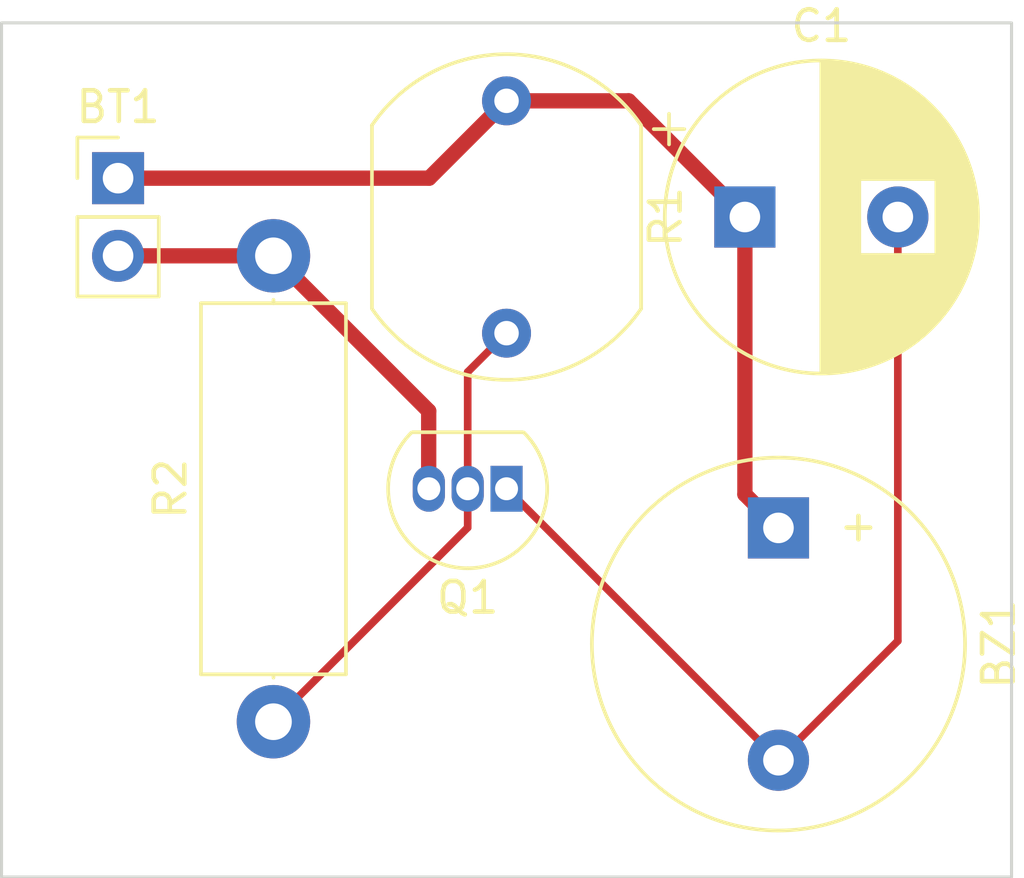
<source format=kicad_pcb>
(kicad_pcb (version 20221018) (generator pcbnew)
  (layers (0 "F.Cu" signal) (31 "B.Cu" signal) (34 "B.Paste" user) (35 "F.Paste" user) (36 "B.SilkS" user "B.Silkscreen") (37 "F.SilkS" user "F.Silkscreen") (38 "B.Mask" user) (39 "F.Mask" user) (44 "Edge.Cuts" user))
  (net 0 "")
  (net 1 "/VCC")
  (net 2 "/Ground")
  (net 3 "Net-(BZ1-+)")
  (net 4 "Net-(Q1-B)")
  (footprint "Resistor_THT:R_Axial_DIN0414_L11.9mm_D4.5mm_P15.24mm_Horizontal" (layer "F.Cu") (at 92.71 127 90)
    (fp_text reference "R2" (at 7.62 -3.37 90) (layer "F.SilkS"))
    (fp_text value "1k")
    (fp_line (start 1.44 0) (end 1.55 0) (stroke (width 0.12)) (layer "F.SilkS"))
    (fp_line (start 1.55 -2.37) (end 1.55 2.37) (stroke (width 0.12)) (layer "F.SilkS"))
    (fp_line (start 1.55 2.37) (end 13.69 2.37) (stroke (width 0.12)) (layer "F.SilkS"))
    (fp_line (start 13.69 -2.37) (end 1.55 -2.37) (stroke (width 0.12)) (layer "F.SilkS"))
    (fp_line (start 13.69 2.37) (end 13.69 -2.37) (stroke (width 0.12)) (layer "F.SilkS"))
    (fp_line (start 13.8 0) (end 13.69 0) (stroke (width 0.12)) (layer "F.SilkS"))
    (pad "1" thru_hole circle (at 0 0 90) (size 2.4 2.4) (drill 1.2) (layers "*.Cu" "*.Mask") (net 4 "Net-(Q1-B)"))
    (pad "2" thru_hole oval (at 15.24 0 90) (size 2.4 2.4) (drill 1.2) (layers "*.Cu" "*.Mask") (net 2 "/Ground"))
  )
  (footprint "OptoDevice:R_LDR_10x8.5mm_P7.6mm_Vertical" (layer "F.Cu") (at 100.33 106.69 -90)
    (fp_text reference "R1" (at 3.8 -5.2 90) (layer "F.SilkS"))
    (fp_text value "LDR03")
    (fp_line (start 0.8 -4.4) (end 6.8 -4.4) (stroke (width 0.12)) (layer "F.SilkS"))
    (fp_line (start 0.8 4.4) (end 6.8 4.4) (stroke (width 0.12)) (layer "F.SilkS"))
    (fp_arc (start 0.8 4.4) (mid -1.525374 0.019809) (end 0.76735 -4.37756) (stroke (width 0.12)) (layer "F.SilkS"))
    (fp_arc (start 6.8 -4.4) (mid 9.125374 -0.019809) (end 6.83265 4.37756) (stroke (width 0.12)) (layer "F.SilkS"))
    (pad "1" thru_hole circle (at 0 0 270) (size 1.6 1.6) (drill 0.8) (layers "*.Cu" "*.Mask") (net 1 "/VCC"))
    (pad "2" thru_hole circle (at 7.6 0 270) (size 1.6 1.6) (drill 0.8) (layers "*.Cu" "*.Mask") (net 4 "Net-(Q1-B)"))
  )
  (footprint "Connector_PinHeader_2.54mm:PinHeader_1x02_P2.54mm_Vertical" (layer "F.Cu") (at 87.63 109.22)
    (fp_text reference "BT1" (at 0 -2.33) (layer "F.SilkS"))
    (fp_text value "9v")
    (fp_line (start -1.33 -1.33) (end 0 -1.33) (stroke (width 0.12)) (layer "F.SilkS"))
    (fp_line (start -1.33 0) (end -1.33 -1.33) (stroke (width 0.12)) (layer "F.SilkS"))
    (fp_line (start -1.33 1.27) (end -1.33 3.87) (stroke (width 0.12)) (layer "F.SilkS"))
    (fp_line (start -1.33 1.27) (end 1.33 1.27) (stroke (width 0.12)) (layer "F.SilkS"))
    (fp_line (start -1.33 3.87) (end 1.33 3.87) (stroke (width 0.12)) (layer "F.SilkS"))
    (fp_line (start 1.33 1.27) (end 1.33 3.87) (stroke (width 0.12)) (layer "F.SilkS"))
    (pad "1" thru_hole rect (at 0 0) (size 1.7 1.7) (drill 1) (layers "*.Cu" "*.Mask") (net 1 "/VCC"))
    (pad "2" thru_hole oval (at 0 2.54) (size 1.7 1.7) (drill 1) (layers "*.Cu" "*.Mask") (net 2 "/Ground"))
  )
  (footprint "Package_TO_SOT_THT:TO-92_Inline" (layer "F.Cu") (at 100.33 119.38 180)
    (fp_text reference "Q1" (at 1.27 -3.56) (layer "F.SilkS"))
    (fp_text value "BC547")
    (fp_line (start -0.53 1.85) (end 3.07 1.85) (stroke (width 0.12)) (layer "F.SilkS"))
    (fp_arc (start -0.568478 1.838478) (mid -1.132087 -0.994977) (end 1.27 -2.6) (stroke (width 0.12)) (layer "F.SilkS"))
    (fp_arc (start 1.27 -2.6) (mid 3.672087 -0.994977) (end 3.108478 1.838478) (stroke (width 0.12)) (layer "F.SilkS"))
    (pad "1" thru_hole rect (at 0 0 180) (size 1.05 1.5) (drill 0.75) (layers "*.Cu" "*.Mask") (net 3 "Net-(BZ1-+)"))
    (pad "2" thru_hole oval (at 1.27 0 180) (size 1.05 1.5) (drill 0.75) (layers "*.Cu" "*.Mask") (net 4 "Net-(Q1-B)"))
    (pad "3" thru_hole oval (at 2.54 0 180) (size 1.05 1.5) (drill 0.75) (layers "*.Cu" "*.Mask") (net 2 "/Ground"))
  )
  (footprint "Buzzer_Beeper:Buzzer_12x9.5RM7.6" (layer "F.Cu") (at 109.22 120.66 -90)
    (fp_text reference "BZ1" (at 3.8 -7.2 90) (layer "F.SilkS"))
    (fp_text value "Buzzer")
    (fp_text user "+" (at -0.01 -2.54 90) (layer "F.SilkS"))
    (fp_circle (center 3.8 0) (end 9.9 0) (stroke (width 0.12)) (fill none) (layer "F.SilkS"))
    (pad "1" thru_hole rect (at 0 0 270) (size 2 2) (drill 1) (layers "*.Cu" "*.Mask") (net 1 "/VCC"))
    (pad "2" thru_hole circle (at 7.6 0 270) (size 2 2) (drill 1) (layers "*.Cu" "*.Mask") (net 3 "Net-(BZ1-+)"))
  )
  (footprint "Capacitor_THT:CP_Radial_D10.0mm_P5.00mm" (layer "F.Cu") (at 108.122323 110.49)
    (fp_text reference "C1" (at 2.5 -6.25) (layer "F.SilkS"))
    (fp_text value "470uF")
    (fp_line (start -2.979646 -2.875) (end -1.979646 -2.875) (stroke (width 0.12)) (layer "F.SilkS"))
    (fp_line (start -2.479646 -3.375) (end -2.479646 -2.375) (stroke (width 0.12)) (layer "F.SilkS"))
    (fp_line (start 2.5 -5.08) (end 2.5 5.08) (stroke (width 0.12)) (layer "F.SilkS"))
    (fp_line (start 2.54 -5.08) (end 2.54 5.08) (stroke (width 0.12)) (layer "F.SilkS"))
    (fp_line (start 2.58 -5.08) (end 2.58 5.08) (stroke (width 0.12)) (layer "F.SilkS"))
    (fp_line (start 2.62 -5.079) (end 2.62 5.079) (stroke (width 0.12)) (layer "F.SilkS"))
    (fp_line (start 2.66 -5.078) (end 2.66 5.078) (stroke (width 0.12)) (layer "F.SilkS"))
    (fp_line (start 2.7 -5.077) (end 2.7 5.077) (stroke (width 0.12)) (layer "F.SilkS"))
    (fp_line (start 2.74 -5.075) (end 2.74 5.075) (stroke (width 0.12)) (layer "F.SilkS"))
    (fp_line (start 2.78 -5.073) (end 2.78 5.073) (stroke (width 0.12)) (layer "F.SilkS"))
    (fp_line (start 2.82 -5.07) (end 2.82 5.07) (stroke (width 0.12)) (layer "F.SilkS"))
    (fp_line (start 2.86 -5.068) (end 2.86 5.068) (stroke (width 0.12)) (layer "F.SilkS"))
    (fp_line (start 2.9 -5.065) (end 2.9 5.065) (stroke (width 0.12)) (layer "F.SilkS"))
    (fp_line (start 2.94 -5.062) (end 2.94 5.062) (stroke (width 0.12)) (layer "F.SilkS"))
    (fp_line (start 2.98 -5.058) (end 2.98 5.058) (stroke (width 0.12)) (layer "F.SilkS"))
    (fp_line (start 3.02 -5.054) (end 3.02 5.054) (stroke (width 0.12)) (layer "F.SilkS"))
    (fp_line (start 3.06 -5.05) (end 3.06 5.05) (stroke (width 0.12)) (layer "F.SilkS"))
    (fp_line (start 3.1 -5.045) (end 3.1 5.045) (stroke (width 0.12)) (layer "F.SilkS"))
    (fp_line (start 3.14 -5.04) (end 3.14 5.04) (stroke (width 0.12)) (layer "F.SilkS"))
    (fp_line (start 3.18 -5.035) (end 3.18 5.035) (stroke (width 0.12)) (layer "F.SilkS"))
    (fp_line (start 3.221 -5.03) (end 3.221 5.03) (stroke (width 0.12)) (layer "F.SilkS"))
    (fp_line (start 3.261 -5.024) (end 3.261 5.024) (stroke (width 0.12)) (layer "F.SilkS"))
    (fp_line (start 3.301 -5.018) (end 3.301 5.018) (stroke (width 0.12)) (layer "F.SilkS"))
    (fp_line (start 3.341 -5.011) (end 3.341 5.011) (stroke (width 0.12)) (layer "F.SilkS"))
    (fp_line (start 3.381 -5.004) (end 3.381 5.004) (stroke (width 0.12)) (layer "F.SilkS"))
    (fp_line (start 3.421 -4.997) (end 3.421 4.997) (stroke (width 0.12)) (layer "F.SilkS"))
    (fp_line (start 3.461 -4.99) (end 3.461 4.99) (stroke (width 0.12)) (layer "F.SilkS"))
    (fp_line (start 3.501 -4.982) (end 3.501 4.982) (stroke (width 0.12)) (layer "F.SilkS"))
    (fp_line (start 3.541 -4.974) (end 3.541 4.974) (stroke (width 0.12)) (layer "F.SilkS"))
    (fp_line (start 3.581 -4.965) (end 3.581 4.965) (stroke (width 0.12)) (layer "F.SilkS"))
    (fp_line (start 3.621 -4.956) (end 3.621 4.956) (stroke (width 0.12)) (layer "F.SilkS"))
    (fp_line (start 3.661 -4.947) (end 3.661 4.947) (stroke (width 0.12)) (layer "F.SilkS"))
    (fp_line (start 3.701 -4.938) (end 3.701 4.938) (stroke (width 0.12)) (layer "F.SilkS"))
    (fp_line (start 3.741 -4.928) (end 3.741 4.928) (stroke (width 0.12)) (layer "F.SilkS"))
    (fp_line (start 3.781 -4.918) (end 3.781 -1.241) (stroke (width 0.12)) (layer "F.SilkS"))
    (fp_line (start 3.781 1.241) (end 3.781 4.918) (stroke (width 0.12)) (layer "F.SilkS"))
    (fp_line (start 3.821 -4.907) (end 3.821 -1.241) (stroke (width 0.12)) (layer "F.SilkS"))
    (fp_line (start 3.821 1.241) (end 3.821 4.907) (stroke (width 0.12)) (layer "F.SilkS"))
    (fp_line (start 3.861 -4.897) (end 3.861 -1.241) (stroke (width 0.12)) (layer "F.SilkS"))
    (fp_line (start 3.861 1.241) (end 3.861 4.897) (stroke (width 0.12)) (layer "F.SilkS"))
    (fp_line (start 3.901 -4.885) (end 3.901 -1.241) (stroke (width 0.12)) (layer "F.SilkS"))
    (fp_line (start 3.901 1.241) (end 3.901 4.885) (stroke (width 0.12)) (layer "F.SilkS"))
    (fp_line (start 3.941 -4.874) (end 3.941 -1.241) (stroke (width 0.12)) (layer "F.SilkS"))
    (fp_line (start 3.941 1.241) (end 3.941 4.874) (stroke (width 0.12)) (layer "F.SilkS"))
    (fp_line (start 3.981 -4.862) (end 3.981 -1.241) (stroke (width 0.12)) (layer "F.SilkS"))
    (fp_line (start 3.981 1.241) (end 3.981 4.862) (stroke (width 0.12)) (layer "F.SilkS"))
    (fp_line (start 4.021 -4.85) (end 4.021 -1.241) (stroke (width 0.12)) (layer "F.SilkS"))
    (fp_line (start 4.021 1.241) (end 4.021 4.85) (stroke (width 0.12)) (layer "F.SilkS"))
    (fp_line (start 4.061 -4.837) (end 4.061 -1.241) (stroke (width 0.12)) (layer "F.SilkS"))
    (fp_line (start 4.061 1.241) (end 4.061 4.837) (stroke (width 0.12)) (layer "F.SilkS"))
    (fp_line (start 4.101 -4.824) (end 4.101 -1.241) (stroke (width 0.12)) (layer "F.SilkS"))
    (fp_line (start 4.101 1.241) (end 4.101 4.824) (stroke (width 0.12)) (layer "F.SilkS"))
    (fp_line (start 4.141 -4.811) (end 4.141 -1.241) (stroke (width 0.12)) (layer "F.SilkS"))
    (fp_line (start 4.141 1.241) (end 4.141 4.811) (stroke (width 0.12)) (layer "F.SilkS"))
    (fp_line (start 4.181 -4.797) (end 4.181 -1.241) (stroke (width 0.12)) (layer "F.SilkS"))
    (fp_line (start 4.181 1.241) (end 4.181 4.797) (stroke (width 0.12)) (layer "F.SilkS"))
    (fp_line (start 4.221 -4.783) (end 4.221 -1.241) (stroke (width 0.12)) (layer "F.SilkS"))
    (fp_line (start 4.221 1.241) (end 4.221 4.783) (stroke (width 0.12)) (layer "F.SilkS"))
    (fp_line (start 4.261 -4.768) (end 4.261 -1.241) (stroke (width 0.12)) (layer "F.SilkS"))
    (fp_line (start 4.261 1.241) (end 4.261 4.768) (stroke (width 0.12)) (layer "F.SilkS"))
    (fp_line (start 4.301 -4.754) (end 4.301 -1.241) (stroke (width 0.12)) (layer "F.SilkS"))
    (fp_line (start 4.301 1.241) (end 4.301 4.754) (stroke (width 0.12)) (layer "F.SilkS"))
    (fp_line (start 4.341 -4.738) (end 4.341 -1.241) (stroke (width 0.12)) (layer "F.SilkS"))
    (fp_line (start 4.341 1.241) (end 4.341 4.738) (stroke (width 0.12)) (layer "F.SilkS"))
    (fp_line (start 4.381 -4.723) (end 4.381 -1.241) (stroke (width 0.12)) (layer "F.SilkS"))
    (fp_line (start 4.381 1.241) (end 4.381 4.723) (stroke (width 0.12)) (layer "F.SilkS"))
    (fp_line (start 4.421 -4.707) (end 4.421 -1.241) (stroke (width 0.12)) (layer "F.SilkS"))
    (fp_line (start 4.421 1.241) (end 4.421 4.707) (stroke (width 0.12)) (layer "F.SilkS"))
    (fp_line (start 4.461 -4.69) (end 4.461 -1.241) (stroke (width 0.12)) (layer "F.SilkS"))
    (fp_line (start 4.461 1.241) (end 4.461 4.69) (stroke (width 0.12)) (layer "F.SilkS"))
    (fp_line (start 4.501 -4.674) (end 4.501 -1.241) (stroke (width 0.12)) (layer "F.SilkS"))
    (fp_line (start 4.501 1.241) (end 4.501 4.674) (stroke (width 0.12)) (layer "F.SilkS"))
    (fp_line (start 4.541 -4.657) (end 4.541 -1.241) (stroke (width 0.12)) (layer "F.SilkS"))
    (fp_line (start 4.541 1.241) (end 4.541 4.657) (stroke (width 0.12)) (layer "F.SilkS"))
    (fp_line (start 4.581 -4.639) (end 4.581 -1.241) (stroke (width 0.12)) (layer "F.SilkS"))
    (fp_line (start 4.581 1.241) (end 4.581 4.639) (stroke (width 0.12)) (layer "F.SilkS"))
    (fp_line (start 4.621 -4.621) (end 4.621 -1.241) (stroke (width 0.12)) (layer "F.SilkS"))
    (fp_line (start 4.621 1.241) (end 4.621 4.621) (stroke (width 0.12)) (layer "F.SilkS"))
    (fp_line (start 4.661 -4.603) (end 4.661 -1.241) (stroke (width 0.12)) (layer "F.SilkS"))
    (fp_line (start 4.661 1.241) (end 4.661 4.603) (stroke (width 0.12)) (layer "F.SilkS"))
    (fp_line (start 4.701 -4.584) (end 4.701 -1.241) (stroke (width 0.12)) (layer "F.SilkS"))
    (fp_line (start 4.701 1.241) (end 4.701 4.584) (stroke (width 0.12)) (layer "F.SilkS"))
    (fp_line (start 4.741 -4.564) (end 4.741 -1.241) (stroke (width 0.12)) (layer "F.SilkS"))
    (fp_line (start 4.741 1.241) (end 4.741 4.564) (stroke (width 0.12)) (layer "F.SilkS"))
    (fp_line (start 4.781 -4.545) (end 4.781 -1.241) (stroke (width 0.12)) (layer "F.SilkS"))
    (fp_line (start 4.781 1.241) (end 4.781 4.545) (stroke (width 0.12)) (layer "F.SilkS"))
    (fp_line (start 4.821 -4.525) (end 4.821 -1.241) (stroke (width 0.12)) (layer "F.SilkS"))
    (fp_line (start 4.821 1.241) (end 4.821 4.525) (stroke (width 0.12)) (layer "F.SilkS"))
    (fp_line (start 4.861 -4.504) (end 4.861 -1.241) (stroke (width 0.12)) (layer "F.SilkS"))
    (fp_line (start 4.861 1.241) (end 4.861 4.504) (stroke (width 0.12)) (layer "F.SilkS"))
    (fp_line (start 4.901 -4.483) (end 4.901 -1.241) (stroke (width 0.12)) (layer "F.SilkS"))
    (fp_line (start 4.901 1.241) (end 4.901 4.483) (stroke (width 0.12)) (layer "F.SilkS"))
    (fp_line (start 4.941 -4.462) (end 4.941 -1.241) (stroke (width 0.12)) (layer "F.SilkS"))
    (fp_line (start 4.941 1.241) (end 4.941 4.462) (stroke (width 0.12)) (layer "F.SilkS"))
    (fp_line (start 4.981 -4.44) (end 4.981 -1.241) (stroke (width 0.12)) (layer "F.SilkS"))
    (fp_line (start 4.981 1.241) (end 4.981 4.44) (stroke (width 0.12)) (layer "F.SilkS"))
    (fp_line (start 5.021 -4.417) (end 5.021 -1.241) (stroke (width 0.12)) (layer "F.SilkS"))
    (fp_line (start 5.021 1.241) (end 5.021 4.417) (stroke (width 0.12)) (layer "F.SilkS"))
    (fp_line (start 5.061 -4.395) (end 5.061 -1.241) (stroke (width 0.12)) (layer "F.SilkS"))
    (fp_line (start 5.061 1.241) (end 5.061 4.395) (stroke (width 0.12)) (layer "F.SilkS"))
    (fp_line (start 5.101 -4.371) (end 5.101 -1.241) (stroke (width 0.12)) (layer "F.SilkS"))
    (fp_line (start 5.101 1.241) (end 5.101 4.371) (stroke (width 0.12)) (layer "F.SilkS"))
    (fp_line (start 5.141 -4.347) (end 5.141 -1.241) (stroke (width 0.12)) (layer "F.SilkS"))
    (fp_line (start 5.141 1.241) (end 5.141 4.347) (stroke (width 0.12)) (layer "F.SilkS"))
    (fp_line (start 5.181 -4.323) (end 5.181 -1.241) (stroke (width 0.12)) (layer "F.SilkS"))
    (fp_line (start 5.181 1.241) (end 5.181 4.323) (stroke (width 0.12)) (layer "F.SilkS"))
    (fp_line (start 5.221 -4.298) (end 5.221 -1.241) (stroke (width 0.12)) (layer "F.SilkS"))
    (fp_line (start 5.221 1.241) (end 5.221 4.298) (stroke (width 0.12)) (layer "F.SilkS"))
    (fp_line (start 5.261 -4.273) (end 5.261 -1.241) (stroke (width 0.12)) (layer "F.SilkS"))
    (fp_line (start 5.261 1.241) (end 5.261 4.273) (stroke (width 0.12)) (layer "F.SilkS"))
    (fp_line (start 5.301 -4.247) (end 5.301 -1.241) (stroke (width 0.12)) (layer "F.SilkS"))
    (fp_line (start 5.301 1.241) (end 5.301 4.247) (stroke (width 0.12)) (layer "F.SilkS"))
    (fp_line (start 5.341 -4.221) (end 5.341 -1.241) (stroke (width 0.12)) (layer "F.SilkS"))
    (fp_line (start 5.341 1.241) (end 5.341 4.221) (stroke (width 0.12)) (layer "F.SilkS"))
    (fp_line (start 5.381 -4.194) (end 5.381 -1.241) (stroke (width 0.12)) (layer "F.SilkS"))
    (fp_line (start 5.381 1.241) (end 5.381 4.194) (stroke (width 0.12)) (layer "F.SilkS"))
    (fp_line (start 5.421 -4.166) (end 5.421 -1.241) (stroke (width 0.12)) (layer "F.SilkS"))
    (fp_line (start 5.421 1.241) (end 5.421 4.166) (stroke (width 0.12)) (layer "F.SilkS"))
    (fp_line (start 5.461 -4.138) (end 5.461 -1.241) (stroke (width 0.12)) (layer "F.SilkS"))
    (fp_line (start 5.461 1.241) (end 5.461 4.138) (stroke (width 0.12)) (layer "F.SilkS"))
    (fp_line (start 5.501 -4.11) (end 5.501 -1.241) (stroke (width 0.12)) (layer "F.SilkS"))
    (fp_line (start 5.501 1.241) (end 5.501 4.11) (stroke (width 0.12)) (layer "F.SilkS"))
    (fp_line (start 5.541 -4.08) (end 5.541 -1.241) (stroke (width 0.12)) (layer "F.SilkS"))
    (fp_line (start 5.541 1.241) (end 5.541 4.08) (stroke (width 0.12)) (layer "F.SilkS"))
    (fp_line (start 5.581 -4.05) (end 5.581 -1.241) (stroke (width 0.12)) (layer "F.SilkS"))
    (fp_line (start 5.581 1.241) (end 5.581 4.05) (stroke (width 0.12)) (layer "F.SilkS"))
    (fp_line (start 5.621 -4.02) (end 5.621 -1.241) (stroke (width 0.12)) (layer "F.SilkS"))
    (fp_line (start 5.621 1.241) (end 5.621 4.02) (stroke (width 0.12)) (layer "F.SilkS"))
    (fp_line (start 5.661 -3.989) (end 5.661 -1.241) (stroke (width 0.12)) (layer "F.SilkS"))
    (fp_line (start 5.661 1.241) (end 5.661 3.989) (stroke (width 0.12)) (layer "F.SilkS"))
    (fp_line (start 5.701 -3.957) (end 5.701 -1.241) (stroke (width 0.12)) (layer "F.SilkS"))
    (fp_line (start 5.701 1.241) (end 5.701 3.957) (stroke (width 0.12)) (layer "F.SilkS"))
    (fp_line (start 5.741 -3.925) (end 5.741 -1.241) (stroke (width 0.12)) (layer "F.SilkS"))
    (fp_line (start 5.741 1.241) (end 5.741 3.925) (stroke (width 0.12)) (layer "F.SilkS"))
    (fp_line (start 5.781 -3.892) (end 5.781 -1.241) (stroke (width 0.12)) (layer "F.SilkS"))
    (fp_line (start 5.781 1.241) (end 5.781 3.892) (stroke (width 0.12)) (layer "F.SilkS"))
    (fp_line (start 5.821 -3.858) (end 5.821 -1.241) (stroke (width 0.12)) (layer "F.SilkS"))
    (fp_line (start 5.821 1.241) (end 5.821 3.858) (stroke (width 0.12)) (layer "F.SilkS"))
    (fp_line (start 5.861 -3.824) (end 5.861 -1.241) (stroke (width 0.12)) (layer "F.SilkS"))
    (fp_line (start 5.861 1.241) (end 5.861 3.824) (stroke (width 0.12)) (layer "F.SilkS"))
    (fp_line (start 5.901 -3.789) (end 5.901 -1.241) (stroke (width 0.12)) (layer "F.SilkS"))
    (fp_line (start 5.901 1.241) (end 5.901 3.789) (stroke (width 0.12)) (layer "F.SilkS"))
    (fp_line (start 5.941 -3.753) (end 5.941 -1.241) (stroke (width 0.12)) (layer "F.SilkS"))
    (fp_line (start 5.941 1.241) (end 5.941 3.753) (stroke (width 0.12)) (layer "F.SilkS"))
    (fp_line (start 5.981 -3.716) (end 5.981 -1.241) (stroke (width 0.12)) (layer "F.SilkS"))
    (fp_line (start 5.981 1.241) (end 5.981 3.716) (stroke (width 0.12)) (layer "F.SilkS"))
    (fp_line (start 6.021 -3.679) (end 6.021 -1.241) (stroke (width 0.12)) (layer "F.SilkS"))
    (fp_line (start 6.021 1.241) (end 6.021 3.679) (stroke (width 0.12)) (layer "F.SilkS"))
    (fp_line (start 6.061 -3.64) (end 6.061 -1.241) (stroke (width 0.12)) (layer "F.SilkS"))
    (fp_line (start 6.061 1.241) (end 6.061 3.64) (stroke (width 0.12)) (layer "F.SilkS"))
    (fp_line (start 6.101 -3.601) (end 6.101 -1.241) (stroke (width 0.12)) (layer "F.SilkS"))
    (fp_line (start 6.101 1.241) (end 6.101 3.601) (stroke (width 0.12)) (layer "F.SilkS"))
    (fp_line (start 6.141 -3.561) (end 6.141 -1.241) (stroke (width 0.12)) (layer "F.SilkS"))
    (fp_line (start 6.141 1.241) (end 6.141 3.561) (stroke (width 0.12)) (layer "F.SilkS"))
    (fp_line (start 6.181 -3.52) (end 6.181 -1.241) (stroke (width 0.12)) (layer "F.SilkS"))
    (fp_line (start 6.181 1.241) (end 6.181 3.52) (stroke (width 0.12)) (layer "F.SilkS"))
    (fp_line (start 6.221 -3.478) (end 6.221 -1.241) (stroke (width 0.12)) (layer "F.SilkS"))
    (fp_line (start 6.221 1.241) (end 6.221 3.478) (stroke (width 0.12)) (layer "F.SilkS"))
    (fp_line (start 6.261 -3.436) (end 6.261 3.436) (stroke (width 0.12)) (layer "F.SilkS"))
    (fp_line (start 6.301 -3.392) (end 6.301 3.392) (stroke (width 0.12)) (layer "F.SilkS"))
    (fp_line (start 6.341 -3.347) (end 6.341 3.347) (stroke (width 0.12)) (layer "F.SilkS"))
    (fp_line (start 6.381 -3.301) (end 6.381 3.301) (stroke (width 0.12)) (layer "F.SilkS"))
    (fp_line (start 6.421 -3.254) (end 6.421 3.254) (stroke (width 0.12)) (layer "F.SilkS"))
    (fp_line (start 6.461 -3.206) (end 6.461 3.206) (stroke (width 0.12)) (layer "F.SilkS"))
    (fp_line (start 6.501 -3.156) (end 6.501 3.156) (stroke (width 0.12)) (layer "F.SilkS"))
    (fp_line (start 6.541 -3.106) (end 6.541 3.106) (stroke (width 0.12)) (layer "F.SilkS"))
    (fp_line (start 6.581 -3.054) (end 6.581 3.054) (stroke (width 0.12)) (layer "F.SilkS"))
    (fp_line (start 6.621 -3) (end 6.621 3) (stroke (width 0.12)) (layer "F.SilkS"))
    (fp_line (start 6.661 -2.945) (end 6.661 2.945) (stroke (width 0.12)) (layer "F.SilkS"))
    (fp_line (start 6.701 -2.889) (end 6.701 2.889) (stroke (width 0.12)) (layer "F.SilkS"))
    (fp_line (start 6.741 -2.83) (end 6.741 2.83) (stroke (width 0.12)) (layer "F.SilkS"))
    (fp_line (start 6.781 -2.77) (end 6.781 2.77) (stroke (width 0.12)) (layer "F.SilkS"))
    (fp_line (start 6.821 -2.709) (end 6.821 2.709) (stroke (width 0.12)) (layer "F.SilkS"))
    (fp_line (start 6.861 -2.645) (end 6.861 2.645) (stroke (width 0.12)) (layer "F.SilkS"))
    (fp_line (start 6.901 -2.579) (end 6.901 2.579) (stroke (width 0.12)) (layer "F.SilkS"))
    (fp_line (start 6.941 -2.51) (end 6.941 2.51) (stroke (width 0.12)) (layer "F.SilkS"))
    (fp_line (start 6.981 -2.439) (end 6.981 2.439) (stroke (width 0.12)) (layer "F.SilkS"))
    (fp_line (start 7.021 -2.365) (end 7.021 2.365) (stroke (width 0.12)) (layer "F.SilkS"))
    (fp_line (start 7.061 -2.289) (end 7.061 2.289) (stroke (width 0.12)) (layer "F.SilkS"))
    (fp_line (start 7.101 -2.209) (end 7.101 2.209) (stroke (width 0.12)) (layer "F.SilkS"))
    (fp_line (start 7.141 -2.125) (end 7.141 2.125) (stroke (width 0.12)) (layer "F.SilkS"))
    (fp_line (start 7.181 -2.037) (end 7.181 2.037) (stroke (width 0.12)) (layer "F.SilkS"))
    (fp_line (start 7.221 -1.944) (end 7.221 1.944) (stroke (width 0.12)) (layer "F.SilkS"))
    (fp_line (start 7.261 -1.846) (end 7.261 1.846) (stroke (width 0.12)) (layer "F.SilkS"))
    (fp_line (start 7.301 -1.742) (end 7.301 1.742) (stroke (width 0.12)) (layer "F.SilkS"))
    (fp_line (start 7.341 -1.63) (end 7.341 1.63) (stroke (width 0.12)) (layer "F.SilkS"))
    (fp_line (start 7.381 -1.51) (end 7.381 1.51) (stroke (width 0.12)) (layer "F.SilkS"))
    (fp_line (start 7.421 -1.378) (end 7.421 1.378) (stroke (width 0.12)) (layer "F.SilkS"))
    (fp_line (start 7.461 -1.23) (end 7.461 1.23) (stroke (width 0.12)) (layer "F.SilkS"))
    (fp_line (start 7.501 -1.062) (end 7.501 1.062) (stroke (width 0.12)) (layer "F.SilkS"))
    (fp_line (start 7.541 -0.862) (end 7.541 0.862) (stroke (width 0.12)) (layer "F.SilkS"))
    (fp_line (start 7.581 -0.599) (end 7.581 0.599) (stroke (width 0.12)) (layer "F.SilkS"))
    (fp_circle (center 2.5 0) (end 7.62 0) (stroke (width 0.12)) (fill none) (layer "F.SilkS"))
    (pad "1" thru_hole rect (at 0 0) (size 2 2) (drill 1) (layers "*.Cu" "*.Mask") (net 1 "/VCC"))
    (pad "2" thru_hole circle (at 5 0) (size 2 2) (drill 1) (layers "*.Cu" "*.Mask") (net 3 "Net-(BZ1-+)"))
  )
  (gr_rect (start 83.82 104.14) (end 116.84 132.08) (stroke (width 0.1)) (fill none) (layer "Edge.Cuts"))
  (segment (start 87.63 109.22) (end 97.8 109.22) (width 0.5) (layer "F.Cu") (net 1))
  (segment (start 97.8 109.22) (end 100.33 106.69) (width 0.5) (layer "F.Cu") (net 1))
  (segment (start 100.33 106.69) (end 104.322323 106.69) (width 0.5) (layer "F.Cu") (net 1))
  (segment (start 108.122323 119.562323) (end 109.22 120.66) (width 0.5) (layer "F.Cu") (net 1))
  (segment (start 108.122323 110.49) (end 108.122323 119.562323) (width 0.5) (layer "F.Cu") (net 1))
  (segment (start 104.322323 106.69) (end 108.122323 110.49) (width 0.5) (layer "F.Cu") (net 1))
  (segment (start 87.63 111.76) (end 92.71 111.76) (width 0.5) (layer "F.Cu") (net 2))
  (segment (start 97.785 116.835) (end 97.785 119.38) (width 0.5) (layer "F.Cu") (net 2))
  (segment (start 92.71 111.76) (end 97.785 116.835) (width 0.5) (layer "F.Cu") (net 2))
  (segment (start 109.22 128.26) (end 113.122323 124.357677) (width 0.25) (layer "F.Cu") (net 3))
  (segment (start 113.122323 124.357677) (end 113.122323 110.49) (width 0.25) (layer "F.Cu") (net 3))
  (segment (start 100.33 119.38) (end 100.34 119.38) (width 0.25) (layer "F.Cu") (net 3))
  (segment (start 100.34 119.38) (end 109.22 128.26) (width 0.25) (layer "F.Cu") (net 3))
  (segment (start 99.06 119.38) (end 99.06 115.56) (width 0.25) (layer "F.Cu") (net 4))
  (segment (start 99.06 119.38) (end 99.06 120.65) (width 0.25) (layer "F.Cu") (net 4))
  (segment (start 99.06 115.56) (end 100.33 114.29) (width 0.25) (layer "F.Cu") (net 4))
  (segment (start 99.06 120.65) (end 92.71 127) (width 0.25) (layer "F.Cu") (net 4))
)
</source>
